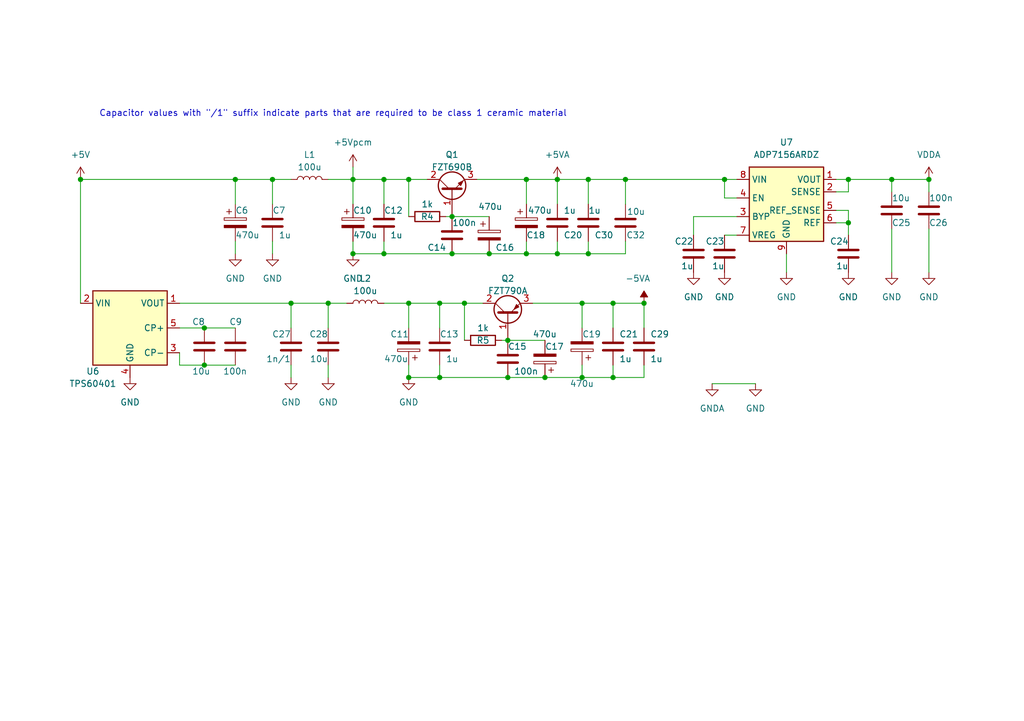
<source format=kicad_sch>
(kicad_sch (version 20231120) (generator "eeschema") (generator_version "8.0")
  (paper "A5")
  (title_block (title "MISRC-PCM") (date "2025-03-03") (rev "2.5") (comment 1 "Power supply"))
  (lib_symbols
    (symbol "Device:C" (pin_numbers hide) (pin_names (offset 0.254))
      (property "Reference" "C" (at 0.635 2.54 0))
      (property "Value" "C" (at 0.635 -2.54 0))
      (symbol "C_0_1"
        (polyline (pts (xy -2.032 -0.762) (xy 2.032 -0.762)) (stroke (width 0.508)))
        (polyline (pts (xy -2.032 0.762) (xy 2.032 0.762)) (stroke (width 0.508)))
      )
      (symbol "C_1_1"
        (pin passive line (at 0 3.81 270) (length 2.794) (name "~") (number "1"))
        (pin passive line (at 0 -3.81 90) (length 2.794) (name "~") (number "2"))
      )
    )
    (symbol "Device:C_Polarized" (pin_numbers hide) (pin_names (offset 0.254))
      (property "Reference" "C" (at 0.635 2.54 0))
      (property "Value" "C_Polarized" (at 0.635 -2.54 0))
      (symbol "C_Polarized_0_1"
        (rectangle (start -2.286 0.508) (end 2.286 1.016))
        (polyline (pts (xy -1.778 2.286) (xy -0.762 2.286)))
        (polyline (pts (xy -1.27 2.794) (xy -1.27 1.778)))
        (rectangle (start 2.286 -0.508) (end -2.286 -1.016) (fill (type outline)))
      )
      (symbol "C_Polarized_1_1"
        (pin passive line (at 0 3.81 270) (length 2.794) (name "~") (number "1"))
        (pin passive line (at 0 -3.81 90) (length 2.794) (name "~") (number "2"))
      )
    )
    (symbol "Device:L" (pin_numbers hide) (pin_names (offset 1.016) hide)
      (property "Reference" "L" (at -1.27 0 90))
      (property "Value" "L" (at 1.905 0 90))
      (symbol "L_0_1"
        (arc (start 0 -2.54) (mid 0.6323 -1.905) (end 0 -1.27))
        (arc (start 0 -1.27) (mid 0.6323 -0.635) (end 0 0))
        (arc (start 0 0) (mid 0.6323 0.635) (end 0 1.27))
        (arc (start 0 1.27) (mid 0.6323 1.905) (end 0 2.54))
      )
      (symbol "L_1_1"
        (pin passive line (at 0 3.81 270) (length 1.27) (name "1") (number "1"))
        (pin passive line (at 0 -3.81 90) (length 1.27) (name "2") (number "2"))
      )
    )
    (symbol "Device:Q_NPN_BCE" (pin_names (offset 0) hide)
      (property "Reference" "Q" (at 5.08 1.27 0))
      (property "Value" "Q_NPN_BCE" (at 5.08 -1.27 0))
      (symbol "Q_NPN_BCE_0_1"
        (polyline (pts (xy 0.635 0.635) (xy 2.54 2.54)))
        (polyline (pts (xy 0.635 -0.635) (xy 2.54 -2.54) (xy 2.54 -2.54)))
        (polyline (pts (xy 0.635 1.905) (xy 0.635 -1.905) (xy 0.635 -1.905)) (stroke (width 0.508)))
        (polyline (pts (xy 1.27 -1.778) (xy 1.778 -1.27) (xy 2.286 -2.286) (xy 1.27 -1.778) (xy 1.27 -1.778)) (fill (type outline)))
        (circle (center 1.27 0) (radius 2.8194) (stroke (width 0.254)))
      )
      (symbol "Q_NPN_BCE_1_1"
        (pin input line (at -5.08 0 0) (length 5.715) (name "B") (number "1"))
        (pin passive line (at 2.54 5.08 270) (length 2.54) (name "C") (number "2"))
        (pin passive line (at 2.54 -5.08 90) (length 2.54) (name "E") (number "3"))
      )
    )
    (symbol "Device:Q_PNP_BCE" (pin_names (offset 0) hide)
      (property "Reference" "Q" (at 5.08 1.27 0))
      (property "Value" "Q_PNP_BCE" (at 5.08 -1.27 0))
      (symbol "Q_PNP_BCE_0_1"
        (polyline (pts (xy 0.635 0.635) (xy 2.54 2.54)))
        (polyline (pts (xy 0.635 -0.635) (xy 2.54 -2.54) (xy 2.54 -2.54)))
        (polyline (pts (xy 0.635 1.905) (xy 0.635 -1.905) (xy 0.635 -1.905)) (stroke (width 0.508)))
        (polyline (pts (xy 2.286 -1.778) (xy 1.778 -2.286) (xy 1.27 -1.27) (xy 2.286 -1.778) (xy 2.286 -1.778)) (fill (type outline)))
        (circle (center 1.27 0) (radius 2.8194) (stroke (width 0.254)))
      )
      (symbol "Q_PNP_BCE_1_1"
        (pin input line (at -5.08 0 0) (length 5.715) (name "B") (number "1"))
        (pin passive line (at 2.54 5.08 270) (length 2.54) (name "C") (number "2"))
        (pin passive line (at 2.54 -5.08 90) (length 2.54) (name "E") (number "3"))
      )
    )
    (symbol "Device:R" (pin_numbers hide) (pin_names (offset 0))
      (property "Reference" "R" (at 2.032 0 90))
      (property "Value" "R" (at 0 0 90))
      (symbol "R_0_1"
        (rectangle (start -1.016 -2.54) (end 1.016 2.54) (stroke (width 0.254)))
      )
      (symbol "R_1_1"
        (pin passive line (at 0 3.81 270) (length 1.27) (name "~") (number "1"))
        (pin passive line (at 0 -3.81 90) (length 1.27) (name "~") (number "2"))
      )
    )
    (symbol "adp7156:ADP7156ARDZ"
      (property "Reference" "U" (at 0 12.7 0))
      (property "Value" "ADP7156ARDZ" (at 0 8.89 0))
      (symbol "ADP7156ARDZ_0_1"
        (rectangle (start -7.62 7.62) (end 7.62 -7.62) (stroke (width 0.254)) (fill (type background)))
      )
      (symbol "ADP7156ARDZ_1_1"
        (pin power_out line (at 10.16 5.08 180) (length 2.54) (name "VOUT") (number "1"))
        (pin power_out line (at 10.16 2.54 180) (length 2.54) (name "SENSE") (number "2"))
        (pin input line (at -10.16 -2.54 0) (length 2.54) (name "BYP") (number "3"))
        (pin power_in line (at -10.16 1.27 0) (length 2.54) (name "EN") (number "4"))
        (pin input line (at 10.16 -1.27 180) (length 2.54) (name "REF_SENSE") (number "5"))
        (pin input line (at 10.16 -3.81 180) (length 2.54) (name "REF") (number "6"))
        (pin power_in line (at -10.16 -6.35 0) (length 2.54) (name "VREG") (number "7"))
        (pin power_in line (at -10.16 5.08 0) (length 2.54) (name "VIN") (number "8"))
        (pin power_in line (at 0 -10.16 90) (length 2.54) (name "GND") (number "9"))
      )
    )
    (symbol "power:+5V" (power) (pin_names (offset 0))
      (property "Value" "+5V" (at 0 3.556 0))
      (symbol "+5V_0_1"
        (polyline (pts (xy -0.762 1.27) (xy 0 2.54)))
        (polyline (pts (xy 0 0) (xy 0 2.54)))
        (polyline (pts (xy 0 2.54) (xy 0.762 1.27)))
      )
      (symbol "+5V_1_1"
        (pin power_in line (at 0 0 90) (length 0) hide (name "+5V") (number "1"))
      )
    )
    (symbol "power:+5VA" (power) (pin_names (offset 0))
      (property "Value" "+5VA" (at 0 3.556 0))
      (symbol "+5VA_0_1"
        (polyline (pts (xy -0.762 1.27) (xy 0 2.54)))
        (polyline (pts (xy 0 0) (xy 0 2.54)))
        (polyline (pts (xy 0 2.54) (xy 0.762 1.27)))
      )
      (symbol "+5VA_1_1"
        (pin power_in line (at 0 0 90) (length 0) hide (name "+5VA") (number "1"))
      )
    )
    (symbol "power:-5VA" (power) (pin_names (offset 0))
      (property "Value" "-5VA" (at 0 3.81 0))
      (symbol "-5VA_0_0"
        (pin power_in line (at 0 0 90) (length 0) hide (name "-5VA") (number "1"))
      )
      (symbol "-5VA_0_1"
        (polyline (pts (xy 0 0) (xy 0 1.27) (xy 0.762 1.27) (xy 0 2.54) (xy -0.762 1.27) (xy 0 1.27)) (fill (type outline)))
      )
    )
    (symbol "power:GND" (power) (pin_names (offset 0))
      (property "Value" "GND" (at 0 -3.81 0))
      (symbol "GND_0_1"
        (polyline (pts (xy 0 0) (xy 0 -1.27) (xy 1.27 -1.27) (xy 0 -2.54) (xy -1.27 -1.27) (xy 0 -1.27)))
      )
      (symbol "GND_1_1"
        (pin power_in line (at 0 0 270) (length 0) hide (name "GND") (number "1"))
      )
    )
    (symbol "power:GNDA" (power) (pin_names (offset 0))
      (property "Value" "GNDA" (at 0 -3.81 0))
      (symbol "GNDA_0_1"
        (polyline (pts (xy 0 0) (xy 0 -1.27) (xy 1.27 -1.27) (xy 0 -2.54) (xy -1.27 -1.27) (xy 0 -1.27)))
      )
      (symbol "GNDA_1_1"
        (pin power_in line (at 0 0 270) (length 0) hide (name "GNDA") (number "1"))
      )
    )
    (symbol "power:VDDA" (power) (pin_names (offset 0))
      (property "Value" "VDDA" (at 0 3.81 0))
      (symbol "VDDA_0_1"
        (polyline (pts (xy -0.762 1.27) (xy 0 2.54)))
        (polyline (pts (xy 0 0) (xy 0 2.54)))
        (polyline (pts (xy 0 2.54) (xy 0.762 1.27)))
      )
      (symbol "VDDA_1_1"
        (pin power_in line (at 0 0 90) (length 0) hide (name "VDDA") (number "1"))
      )
    )
    (symbol "tps6040x:TPS6040x"
      (property "Reference" "U" (at -7.62 10.16 0))
      (property "Value" "TPS6040x" (at 5.08 10.16 0))
      (symbol "TPS6040x_0_1"
        (rectangle (start -7.62 7.62) (end 7.62 -7.62) (stroke (width 0.254)) (fill (type background)))
      )
      (symbol "TPS6040x_1_1"
        (pin power_out line (at 10.16 5.08 180) (length 2.54) (name "VOUT") (number "1"))
        (pin power_in line (at -10.16 5.08 0) (length 2.54) (name "VIN") (number "2"))
        (pin passive line (at 10.16 -5.08 180) (length 2.54) (name "CP-") (number "3"))
        (pin power_in line (at 0 -10.16 90) (length 2.54) (name "GND") (number "4"))
        (pin passive line (at 10.16 0 180) (length 2.54) (name "CP+") (number "5"))
      )
    )
  )
  (junction (at 41.91 74.93))
  (junction (at 148.59 36.83))
  (junction (at 59.69 62.23))
  (junction (at 125.73 77.47))
  (junction (at 92.71 52.07))
  (junction (at 104.14 77.47))
  (junction (at 41.91 67.31))
  (junction (at 83.82 77.47))
  (junction (at 107.95 36.83))
  (junction (at 67.31 62.23))
  (junction (at 132.08 62.23))
  (junction (at 48.26 36.83))
  (junction (at 104.14 69.85))
  (junction (at 190.5 36.83))
  (junction (at 120.65 52.07))
  (junction (at 107.95 52.07))
  (junction (at 55.88 36.83))
  (junction (at 83.82 36.83))
  (junction (at 16.51 36.83))
  (junction (at 83.82 62.23))
  (junction (at 120.65 36.83))
  (junction (at 119.38 77.47))
  (junction (at 78.74 36.83))
  (junction (at 182.88 36.83))
  (junction (at 128.27 36.83))
  (junction (at 125.73 62.23))
  (junction (at 173.99 45.72))
  (junction (at 173.99 36.83))
  (junction (at 92.71 44.45))
  (junction (at 114.3 52.07))
  (junction (at 72.39 36.83))
  (junction (at 100.33 52.07))
  (junction (at 114.3 36.83))
  (junction (at 78.74 52.07))
  (junction (at 90.17 77.47))
  (junction (at 95.25 62.23))
  (junction (at 111.76 77.47))
  (junction (at 72.39 52.07))
  (junction (at 90.17 62.23))
  (junction (at 119.38 62.23))
  (wire (pts (xy 83.82 74.93) (xy 83.82 77.47)))
  (wire (pts (xy 171.45 43.18) (xy 173.99 43.18)))
  (wire (pts (xy 36.83 67.31) (xy 41.91 67.31)))
  (wire (pts (xy 83.82 77.47) (xy 90.17 77.47)))
  (wire (pts (xy 36.83 62.23) (xy 59.69 62.23)))
  (wire (pts (xy 114.3 36.83) (xy 120.65 36.83)))
  (wire (pts (xy 59.69 74.93) (xy 59.69 77.47)))
  (wire (pts (xy 78.74 36.83) (xy 78.74 41.91)))
  (wire (pts (xy 83.82 36.83) (xy 87.63 36.83)))
  (wire (pts (xy 125.73 62.23) (xy 132.08 62.23)))
  (wire (pts (xy 72.39 36.83) (xy 72.39 41.91)))
  (wire (pts (xy 119.38 77.47) (xy 125.73 77.47)))
  (wire (pts (xy 120.65 52.07) (xy 120.65 49.53)))
  (wire (pts (xy 119.38 62.23) (xy 119.38 67.31)))
  (wire (pts (xy 190.5 46.99) (xy 190.5 55.88)))
  (wire (pts (xy 78.74 62.23) (xy 83.82 62.23)))
  (wire (pts (xy 83.82 62.23) (xy 83.82 67.31)))
  (wire (pts (xy 36.83 72.39) (xy 36.83 74.93)))
  (wire (pts (xy 107.95 36.83) (xy 107.95 41.91)))
  (wire (pts (xy 111.76 77.47) (xy 119.38 77.47)))
  (wire (pts (xy 72.39 34.29) (xy 72.39 36.83)))
  (wire (pts (xy 59.69 62.23) (xy 59.69 67.31)))
  (wire (pts (xy 132.08 77.47) (xy 132.08 74.93)))
  (wire (pts (xy 128.27 49.53) (xy 128.27 52.07)))
  (wire (pts (xy 92.71 44.45) (xy 100.33 44.45)))
  (wire (pts (xy 114.3 52.07) (xy 114.3 49.53)))
  (wire (pts (xy 97.79 36.83) (xy 107.95 36.83)))
  (wire (pts (xy 104.14 77.47) (xy 111.76 77.47)))
  (wire (pts (xy 119.38 74.93) (xy 119.38 77.47)))
  (wire (pts (xy 128.27 36.83) (xy 128.27 41.91)))
  (wire (pts (xy 125.73 77.47) (xy 125.73 74.93)))
  (wire (pts (xy 90.17 62.23) (xy 95.25 62.23)))
  (wire (pts (xy 171.45 39.37) (xy 173.99 39.37)))
  (wire (pts (xy 148.59 36.83) (xy 151.13 36.83)))
  (wire (pts (xy 90.17 62.23) (xy 90.17 67.31)))
  (wire (pts (xy 55.88 36.83) (xy 55.88 41.91)))
  (wire (pts (xy 78.74 52.07) (xy 92.71 52.07)))
  (wire (pts (xy 55.88 49.53) (xy 55.88 52.07)))
  (wire (pts (xy 48.26 36.83) (xy 48.26 41.91)))
  (wire (pts (xy 190.5 36.83) (xy 190.5 39.37)))
  (wire (pts (xy 148.59 36.83) (xy 148.59 40.64)))
  (wire (pts (xy 107.95 52.07) (xy 114.3 52.07)))
  (wire (pts (xy 182.88 36.83) (xy 182.88 39.37)))
  (wire (pts (xy 120.65 36.83) (xy 128.27 36.83)))
  (wire (pts (xy 100.33 52.07) (xy 107.95 52.07)))
  (wire (pts (xy 48.26 49.53) (xy 48.26 52.07)))
  (wire (pts (xy 142.24 44.45) (xy 142.24 48.26)))
  (wire (pts (xy 148.59 48.26) (xy 151.13 48.26)))
  (wire (pts (xy 72.39 49.53) (xy 72.39 52.07)))
  (wire (pts (xy 16.51 36.83) (xy 16.51 62.23)))
  (wire (pts (xy 95.25 62.23) (xy 99.06 62.23)))
  (wire (pts (xy 173.99 36.83) (xy 182.88 36.83)))
  (wire (pts (xy 173.99 36.83) (xy 171.45 36.83)))
  (wire (pts (xy 182.88 36.83) (xy 190.5 36.83)))
  (wire (pts (xy 161.29 55.88) (xy 161.29 52.07)))
  (wire (pts (xy 114.3 52.07) (xy 120.65 52.07)))
  (wire (pts (xy 67.31 62.23) (xy 67.31 67.31)))
  (wire (pts (xy 120.65 36.83) (xy 120.65 41.91)))
  (wire (pts (xy 102.87 69.85) (xy 104.14 69.85)))
  (wire (pts (xy 114.3 36.83) (xy 114.3 41.91)))
  (wire (pts (xy 67.31 36.83) (xy 72.39 36.83)))
  (wire (pts (xy 95.25 62.23) (xy 95.25 69.85)))
  (wire (pts (xy 171.45 45.72) (xy 173.99 45.72)))
  (wire (pts (xy 67.31 74.93) (xy 67.31 77.47)))
  (wire (pts (xy 16.51 36.83) (xy 48.26 36.83)))
  (wire (pts (xy 78.74 49.53) (xy 78.74 52.07)))
  (wire (pts (xy 128.27 52.07) (xy 120.65 52.07)))
  (wire (pts (xy 151.13 44.45) (xy 142.24 44.45)))
  (wire (pts (xy 55.88 36.83) (xy 59.69 36.83)))
  (wire (pts (xy 90.17 74.93) (xy 90.17 77.47)))
  (wire (pts (xy 125.73 62.23) (xy 125.73 67.31)))
  (wire (pts (xy 83.82 44.45) (xy 83.82 36.83)))
  (wire (pts (xy 41.91 74.93) (xy 36.83 74.93)))
  (wire (pts (xy 173.99 39.37) (xy 173.99 36.83)))
  (wire (pts (xy 78.74 36.83) (xy 83.82 36.83)))
  (wire (pts (xy 107.95 36.83) (xy 114.3 36.83)))
  (wire (pts (xy 109.22 62.23) (xy 119.38 62.23)))
  (wire (pts (xy 128.27 36.83) (xy 148.59 36.83)))
  (wire (pts (xy 92.71 52.07) (xy 100.33 52.07)))
  (wire (pts (xy 173.99 48.26) (xy 173.99 45.72)))
  (wire (pts (xy 59.69 62.23) (xy 67.31 62.23)))
  (wire (pts (xy 182.88 46.99) (xy 182.88 55.88)))
  (wire (pts (xy 125.73 77.47) (xy 132.08 77.47)))
  (wire (pts (xy 132.08 62.23) (xy 132.08 67.31)))
  (wire (pts (xy 91.44 44.45) (xy 92.71 44.45)))
  (wire (pts (xy 173.99 43.18) (xy 173.99 45.72)))
  (wire (pts (xy 104.14 69.85) (xy 111.76 69.85)))
  (wire (pts (xy 146.05 78.74) (xy 154.94 78.74)))
  (wire (pts (xy 72.39 52.07) (xy 78.74 52.07)))
  (wire (pts (xy 119.38 62.23) (xy 125.73 62.23)))
  (wire (pts (xy 41.91 67.31) (xy 48.26 67.31)))
  (wire (pts (xy 72.39 36.83) (xy 78.74 36.83)))
  (wire (pts (xy 55.88 36.83) (xy 48.26 36.83)))
  (wire (pts (xy 151.13 40.64) (xy 148.59 40.64)))
  (wire (pts (xy 90.17 77.47) (xy 104.14 77.47)))
  (wire (pts (xy 48.26 74.93) (xy 41.91 74.93)))
  (wire (pts (xy 83.82 62.23) (xy 90.17 62.23)))
  (wire (pts (xy 67.31 62.23) (xy 71.12 62.23)))
  (wire (pts (xy 107.95 49.53) (xy 107.95 52.07)))
  (text "Capacitor values with \"/1\" suffix indicate parts that are required to be class 1 ceramic material" (at 20.32 24.13 0) (effects (font (size 1.27 1.27)) (justify left bottom)))
  (symbol (lib_id "power:GND") (at 55.88 52.07 0) (unit 1)
    (property "Reference" "#PWR030" (effects (hide yes)))
    (property "Value" "GND" (at 55.88 57.15 0))
  )
  (symbol (lib_id "Device:C") (at 128.27 45.72 180) (unit 1)
    (property "Reference" "C32" (at 132.334 48.26 0) (effects (justify left)))
    (property "Value" "10u" (at 132.334 43.434 0) (effects (justify left)))
    (property "Footprint" "Capacitor_SMD:C_0603_1608Metric" (effects (hide yes)))
    (property "Manufacturer_Part_Number" "GRM188C81C106MA73D" (effects (hide yes)))
  )
  (symbol (lib_id "Device:C") (at 125.73 71.12 0) (unit 1)
    (property "Reference" "C21" (at 127 68.58 0) (effects (justify left)))
    (property "Value" "1u" (at 127 73.66 0) (effects (justify left)))
    (property "Footprint" "Capacitor_SMD:C_0603_1608Metric" (effects (hide yes)))
    (property "Manufacturer_Part_Number" "GRM188D71H105KE01D " (effects (hide yes)))
  )
  (symbol (lib_id "Device:Q_PNP_BCE") (at 104.14 64.77 90) (unit 1)
    (property "Reference" "Q2" (at 104.14 57.15 90))
    (property "Value" "FZT790A" (at 104.14 59.69 90))
    (property "Footprint" "Package_TO_SOT_SMD:SOT-223-3_TabPin2" (effects (hide yes)))
    (property "Manufacturer_Part_Number" "FZT790A" (effects (hide yes)))
  )
  (symbol (lib_id "Device:C_Polarized") (at 111.76 73.66 180) (unit 1)
    (property "Reference" "C17" (at 111.76 71.12 0) (effects (justify right)))
    (property "Value" "470u" (at 109.22 68.58 0) (effects (justify right)))
    (property "Footprint" "Footprints:CAPAE1030X850N" (effects (hide yes)))
    (property "Manufacturer_Part_Number" "UCL1C471MCL6GS" (effects (hide yes)))
  )
  (symbol (lib_id "Device:L") (at 74.93 62.23 90) (unit 1)
    (property "Reference" "L2" (at 74.93 57.15 90))
    (property "Value" "100u" (at 74.93 59.69 90))
    (property "Footprint" "Footprints:L_Bourns-SRU8043_2" (effects (hide yes)))
    (property "Manufacturer_Part_Number" "SRU8043-101Y" (effects (hide yes)))
  )
  (symbol (lib_id "Device:C") (at 190.5 43.18 0) (unit 1)
    (property "Reference" "C26" (at 190.5 45.72 0) (effects (justify left)))
    (property "Value" "100n" (at 190.5 40.64 0) (effects (justify left)))
    (property "Footprint" "Capacitor_SMD:C_0603_1608Metric" (effects (hide yes)))
    (property "Manufacturer_Part_Number" "GRM188R72A104KA35D " (effects (hide yes)))
  )
  (symbol (lib_id "Device:C") (at 41.91 71.12 0) (unit 1)
    (property "Reference" "C8" (at 39.37 66.04 0) (effects (justify left)))
    (property "Value" "10u" (at 39.37 76.2 0) (effects (justify left)))
    (property "Footprint" "Capacitor_SMD:C_0603_1608Metric" (effects (hide yes)))
    (property "Manufacturer_Part_Number" "GRM188C81C106MA73D" (effects (hide yes)))
  )
  (symbol (lib_id "Device:C") (at 148.59 52.07 180) (unit 1)
    (property "Reference" "C23" (at 148.59 49.53 0) (effects (justify left)))
    (property "Value" "1u" (at 148.59 54.61 0) (effects (justify left)))
    (property "Footprint" "Capacitor_SMD:C_0603_1608Metric" (effects (hide yes)))
    (property "Manufacturer_Part_Number" "GRM188D71H105KE01D " (effects (hide yes)))
  )
  (symbol (lib_id "power:GNDA") (at 146.05 78.74 0) (unit 1)
    (property "Reference" "#PWR037" (effects (hide yes)))
    (property "Value" "GNDA" (at 146.05 83.82 0))
  )
  (symbol (lib_id "adp7156:ADP7156ARDZ") (at 161.29 41.91 0) (unit 1)
    (property "Reference" "U7" (at 161.29 29.21 0))
    (property "Value" "ADP7156ARDZ" (at 161.29 31.75 0))
    (property "Footprint" "Footprints:SOIC-8-1EP_3.9x4.9mm_P1.27mm_EP2.29x3mm_2" (effects (hide yes)))
    (property "Datasheet" "https://www.analog.com/media/en/technical-documentation/data-sheets/ADP7156.pdf" (effects (hide yes)))
    (property "Manufacturer_Part_Number" "ADP7156ARDZ-3.3-R7" (effects (hide yes)))
  )
  (symbol (lib_id "Device:C") (at 90.17 71.12 0) (unit 1)
    (property "Reference" "C13" (at 90.17 68.58 0) (effects (justify left)))
    (property "Value" "1u" (at 91.44 73.66 0) (effects (justify left)))
    (property "Footprint" "Capacitor_SMD:C_0603_1608Metric" (effects (hide yes)))
    (property "Manufacturer_Part_Number" "GRM188D71H105KE01D " (effects (hide yes)))
  )
  (symbol (lib_id "Device:C") (at 78.74 45.72 0) (unit 1)
    (property "Reference" "C12" (at 78.74 43.18 0) (effects (justify left)))
    (property "Value" "1u" (at 80.01 48.26 0) (effects (justify left)))
    (property "Footprint" "Capacitor_SMD:C_0603_1608Metric" (effects (hide yes)))
    (property "Manufacturer_Part_Number" "GRM188D71H105KE01D " (effects (hide yes)))
  )
  (symbol (lib_id "Device:C") (at 142.24 52.07 180) (unit 1)
    (property "Reference" "C22" (at 142.24 49.53 0) (effects (justify left)))
    (property "Value" "1u" (at 142.24 54.61 0) (effects (justify left)))
    (property "Footprint" "Capacitor_SMD:C_0603_1608Metric" (effects (hide yes)))
    (property "Manufacturer_Part_Number" "GRM188D71H105KE01D " (effects (hide yes)))
  )
  (symbol (lib_id "power:GND") (at 72.39 52.07 0) (unit 1)
    (property "Reference" "#PWR031" (effects (hide yes)))
    (property "Value" "GND" (at 72.39 57.15 0))
  )
  (symbol (lib_id "Device:Q_NPN_BCE") (at 92.71 39.37 90) (unit 1)
    (property "Reference" "Q1" (at 92.71 31.75 90))
    (property "Value" "FZT690B" (at 92.71 34.29 90))
    (property "Footprint" "Package_TO_SOT_SMD:SOT-223-3_TabPin2" (effects (hide yes)))
    (property "Manufacturer_Part_Number" "FZT690BTA" (effects (hide yes)))
  )
  (symbol (lib_id "power:GND") (at 161.29 55.88 0) (unit 1)
    (property "Reference" "#PWR038" (effects (hide yes)))
    (property "Value" "GND" (at 161.29 60.96 0))
  )
  (symbol (lib_id "Device:C") (at 120.65 45.72 0) (unit 1)
    (property "Reference" "C30" (at 121.92 48.26 0) (effects (justify left)))
    (property "Value" "1u" (at 120.65 43.18 0) (effects (justify left)))
    (property "Footprint" "Capacitor_SMD:C_0603_1608Metric" (effects (hide yes)))
    (property "Manufacturer_Part_Number" "GRM188D71H105KE01D " (effects (hide yes)))
  )
  (symbol (lib_id "power:GND") (at 59.69 77.47 0) (unit 1)
    (property "Reference" "#PWR0239" (effects (hide yes)))
    (property "Value" "GND" (at 59.69 82.55 0))
  )
  (symbol (lib_id "Device:C") (at 173.99 52.07 0) (unit 1)
    (property "Reference" "C24" (at 170.18 49.53 0) (effects (justify left)))
    (property "Value" "1u" (at 171.45 54.61 0) (effects (justify left)))
    (property "Footprint" "Capacitor_SMD:C_0603_1608Metric" (effects (hide yes)))
    (property "Manufacturer_Part_Number" "GRM188D71H105KE01D " (effects (hide yes)))
  )
  (symbol (lib_id "Device:C_Polarized") (at 83.82 71.12 180) (unit 1)
    (property "Reference" "C11" (at 80.01 68.58 0) (effects (justify right)))
    (property "Value" "470u" (at 78.74 73.66 0) (effects (justify right)))
    (property "Footprint" "Footprints:CAPAE1030X850N" (effects (hide yes)))
    (property "Manufacturer_Part_Number" "UCL1C471MCL6GS" (effects (hide yes)))
  )
  (symbol (lib_id "power:VDDA") (at 190.5 36.83 0) (unit 1)
    (property "Reference" "#PWR042" (effects (hide yes)))
    (property "Value" "VDDA" (at 190.5 31.75 0))
  )
  (symbol (lib_id "Device:C") (at 182.88 43.18 0) (unit 1)
    (property "Reference" "C25" (at 182.88 45.72 0) (effects (justify left)))
    (property "Value" "10u" (at 182.88 40.64 0) (effects (justify left)))
    (property "Footprint" "Capacitor_SMD:C_0603_1608Metric" (effects (hide yes)))
    (property "Manufacturer_Part_Number" "GRM188C81C106MA73D" (effects (hide yes)))
  )
  (symbol (lib_id "Device:C") (at 92.71 48.26 0) (unit 1)
    (property "Reference" "C14" (at 87.63 50.8 0) (effects (justify left)))
    (property "Value" "100n" (at 92.71 45.72 0) (effects (justify left)))
    (property "Footprint" "Capacitor_SMD:C_0603_1608Metric" (effects (hide yes)))
    (property "Manufacturer_Part_Number" "GRM188R72A104KA35D " (effects (hide yes)))
  )
  (symbol (lib_id "power:GND") (at 154.94 78.74 0) (unit 1)
    (property "Reference" "#PWR039" (effects (hide yes)))
    (property "Value" "GND" (at 154.94 83.82 0))
  )
  (symbol (lib_id "Device:C") (at 59.69 71.12 180) (unit 1)
    (property "Reference" "C27" (at 59.69 68.58 0) (effects (justify left)))
    (property "Value" "1n/1" (at 59.69 73.66 0) (effects (justify left)))
    (property "Footprint" "Capacitor_SMD:C_0603_1608Metric" (effects (hide yes)))
    (property "Manufacturer_Part_Number" "GCM1885C1H102FA16D " (effects (hide yes)))
  )
  (symbol (lib_id "power:+5V") (at 16.51 36.83 0) (unit 1)
    (property "Reference" "#PWR027" (effects (hide yes)))
    (property "Value" "+5V" (at 16.51 31.75 0))
  )
  (symbol (lib_id "Device:L") (at 63.5 36.83 90) (unit 1)
    (property "Reference" "L1" (at 63.5 31.75 90))
    (property "Value" "100u" (at 63.5 34.29 90))
    (property "Footprint" "Footprints:L_Bourns-SRU8043_2" (effects (hide yes)))
    (property "Mfr_Nr" "SRU8043-101Y" (effects (hide yes)))
    (property "Manufacturer_Part_Number" "SRU8043-101Y" (effects (hide yes)))
  )
  (symbol (lib_id "power:+5VA") (at 114.3 36.83 0) (unit 1)
    (property "Reference" "#PWR033" (effects (hide yes)))
    (property "Value" "+5VA" (at 114.3 31.75 0))
  )
  (symbol (lib_id "Device:R") (at 87.63 44.45 90) (unit 1)
    (property "Reference" "R4" (at 87.63 44.45 90))
    (property "Value" "1k" (at 87.63 41.91 90))
    (property "Footprint" "Resistor_SMD:R_0603_1608Metric" (effects (hide yes)))
    (property "Manufacturer_Part_Number" "RC0603FR-071KL " (effects (hide yes)))
  )
  (symbol (lib_id "power:GND") (at 173.99 55.88 0) (unit 1)
    (property "Reference" "#PWR040" (effects (hide yes)))
    (property "Value" "GND" (at 173.99 60.96 0))
  )
  (symbol (lib_id "Device:C") (at 67.31 71.12 180) (unit 1)
    (property "Reference" "C28" (at 67.31 68.58 0) (effects (justify left)))
    (property "Value" "10u" (at 67.31 73.66 0) (effects (justify left)))
    (property "Footprint" "Capacitor_SMD:C_0603_1608Metric" (effects (hide yes)))
    (property "Manufacturer_Part_Number" "GRM188C81C106MA73D" (effects (hide yes)))
  )
  (symbol (lib_id "Device:R") (at 99.06 69.85 90) (unit 1)
    (property "Reference" "R5" (at 99.06 69.85 90))
    (property "Value" "1k" (at 99.06 67.31 90))
    (property "Footprint" "Resistor_SMD:R_0603_1608Metric" (effects (hide yes)))
    (property "Manufacturer_Part_Number" "RC0603FR-071KL " (effects (hide yes)))
  )
  (symbol (lib_id "power:GND") (at 182.88 55.88 0) (unit 1)
    (property "Reference" "#PWR041" (effects (hide yes)))
    (property "Value" "GND" (at 182.88 60.96 0))
  )
  (symbol (lib_id "power:GND") (at 48.26 52.07 0) (unit 1)
    (property "Reference" "#PWR028" (effects (hide yes)))
    (property "Value" "GND" (at 48.26 57.15 0))
  )
  (symbol (lib_id "power:GND") (at 83.82 77.47 0) (unit 1)
    (property "Reference" "#PWR032" (effects (hide yes)))
    (property "Value" "GND" (at 83.82 82.55 0))
  )
  (symbol (lib_id "Device:C_Polarized") (at 119.38 71.12 180) (unit 1)
    (property "Reference" "C19" (at 119.38 68.58 0) (effects (justify right)))
    (property "Value" "470u" (at 116.84 78.74 0) (effects (justify right)))
    (property "Footprint" "Footprints:CAPAE1030X850N" (effects (hide yes)))
    (property "Manufacturer_Part_Number" "UCL1C471MCL6GS" (effects (hide yes)))
  )
  (symbol (lib_id "power:GND") (at 142.24 55.88 0) (unit 1)
    (property "Reference" "#PWR035" (effects (hide yes)))
    (property "Value" "GND" (at 142.24 60.96 0))
  )
  (symbol (lib_id "Device:C") (at 104.14 73.66 0) (unit 1)
    (property "Reference" "C15" (at 104.14 71.12 0) (effects (justify left)))
    (property "Value" "100n" (at 105.41 76.2 0) (effects (justify left)))
    (property "Footprint" "Capacitor_SMD:C_0603_1608Metric" (effects (hide yes)))
    (property "Manufacturer_Part_Number" "GRM188R72A104KA35D " (effects (hide yes)))
  )
  (symbol (lib_id "power:GND") (at 148.59 55.88 0) (unit 1)
    (property "Reference" "#PWR036" (effects (hide yes)))
    (property "Value" "GND" (at 148.59 60.96 0))
  )
  (symbol (lib_id "Device:C") (at 114.3 45.72 0) (unit 1)
    (property "Reference" "C20" (at 115.57 48.26 0) (effects (justify left)))
    (property "Value" "1u" (at 115.57 43.18 0) (effects (justify left)))
    (property "Footprint" "Capacitor_SMD:C_0603_1608Metric" (effects (hide yes)))
    (property "Manufacturer_Part_Number" "GRM188D71H105KE01D " (effects (hide yes)))
  )
  (symbol (lib_id "Device:C_Polarized") (at 107.95 45.72 0) (unit 1)
    (property "Reference" "C18" (at 107.95 48.26 0) (effects (justify left)))
    (property "Value" "470u" (at 108.204 43.18 0) (effects (justify left)))
    (property "Footprint" "Footprints:CAPAE1030X850N" (effects (hide yes)))
    (property "Manufacturer_Part_Number" "UCL1C471MCL6GS" (effects (hide yes)))
  )
  (symbol (lib_id "Device:C") (at 55.88 45.72 0) (unit 1)
    (property "Reference" "C7" (at 55.88 43.18 0) (effects (justify left)))
    (property "Value" "1u" (at 57.15 48.26 0) (effects (justify left)))
    (property "Footprint" "Capacitor_SMD:C_0603_1608Metric" (effects (hide yes)))
    (property "Mfr_Nr" "GRM219R61H105KA73D" (effects (hide yes)))
    (property "Manufacturer_Part_Number" "GRM188D71H105KE01D " (effects (hide yes)))
  )
  (symbol (lib_id "Device:C") (at 48.26 71.12 0) (unit 1)
    (property "Reference" "C9" (at 46.99 66.04 0) (effects (justify left)))
    (property "Value" "100n" (at 45.72 76.2 0) (effects (justify left)))
    (property "Footprint" "Capacitor_SMD:C_0603_1608Metric" (effects (hide yes)))
    (property "Manufacturer_Part_Number" "GRM188R72A104KA35D " (effects (hide yes)))
  )
  (symbol (lib_id "power:+5V") (at 72.39 34.29 0) (unit 1)
    (property "Reference" "#PWR0267" (effects (hide yes)))
    (property "Value" "+5Vpcm" (at 72.39 29.21 0))
  )
  (symbol (lib_id "Device:C") (at 132.08 71.12 0) (unit 1)
    (property "Reference" "C29" (at 133.35 68.58 0) (effects (justify left)))
    (property "Value" "1u" (at 133.35 73.66 0) (effects (justify left)))
    (property "Footprint" "Capacitor_SMD:C_0603_1608Metric" (effects (hide yes)))
    (property "Manufacturer_Part_Number" "GRM188D71H105KE01D " (effects (hide yes)))
  )
  (symbol (lib_id "Device:C_Polarized") (at 72.39 45.72 0) (unit 1)
    (property "Reference" "C10" (at 72.39 43.18 0) (effects (justify left)))
    (property "Value" "470u" (at 72.39 48.26 0) (effects (justify left)))
    (property "Footprint" "Footprints:CAPAE1030X850N" (effects (hide yes)))
    (property "Description" "Polarized capacitor" (effects (hide yes)))
    (property "Mfr_Nr" "UCL1C471MCL6GS" (effects (hide yes)))
    (property "Manufacturer_Part_Number" "UCL1C471MCL6GS" (effects (hide yes)))
  )
  (symbol (lib_id "Device:C_Polarized") (at 100.33 48.26 0) (unit 1)
    (property "Reference" "C16" (at 101.6 50.8 0) (effects (justify left)))
    (property "Value" "470u" (at 98.044 42.418 0) (effects (justify left)))
    (property "Footprint" "Footprints:CAPAE1030X850N" (effects (hide yes)))
    (property "Manufacturer_Part_Number" "UCL1C471MCL6GS" (effects (hide yes)))
  )
  (symbol (lib_id "power:GND") (at 190.5 55.88 0) (unit 1)
    (property "Reference" "#PWR043" (effects (hide yes)))
    (property "Value" "GND" (at 190.5 60.96 0))
  )
  (symbol (lib_id "power:GND") (at 26.67 77.47 0) (unit 1)
    (property "Reference" "#PWR029" (effects (hide yes)))
    (property "Value" "GND" (at 26.67 82.55 0))
  )
  (symbol (lib_id "power:-5VA") (at 132.08 62.23 0) (unit 1)
    (property "Reference" "#PWR034" (effects (hide yes)))
    (property "Value" "-5VA" (at 130.81 57.15 0))
  )
  (symbol (lib_id "tps6040x:TPS6040x") (at 26.67 67.31 0) (unit 1)
    (property "Reference" "U6" (at 19.05 76.2 0))
    (property "Value" "TPS60401" (at 19.05 78.74 0))
    (property "Footprint" "Footprints:SOT-23-5" (effects (hide yes)))
    (property "Datasheet" "https://www.ti.com/lit/gpn/tps60401" (effects (hide yes)))
    (property "Manufacturer_Part_Number" "TPS60401DBVT" (effects (hide yes)))
  )
  (symbol (lib_id "power:GND") (at 67.31 77.47 0) (unit 1)
    (property "Reference" "#PWR0240" (effects (hide yes)))
    (property "Value" "GND" (at 67.31 82.55 0))
  )
  (symbol (lib_id "Device:C_Polarized") (at 48.26 45.72 0) (unit 1)
    (property "Reference" "C6" (at 48.26 43.18 0) (effects (justify left)))
    (property "Value" "470u" (at 48.26 48.26 0) (effects (justify left)))
    (property "Footprint" "Footprints:CAPAE1030X850N" (effects (hide yes)))
    (property "Mfr_Nr" "UCL1C471MCL6GS " (effects (hide yes)))
    (property "Manufacturer_Part_Number" "UCL1C471MCL6GS " (effects (hide yes)))
  )
)
</source>
